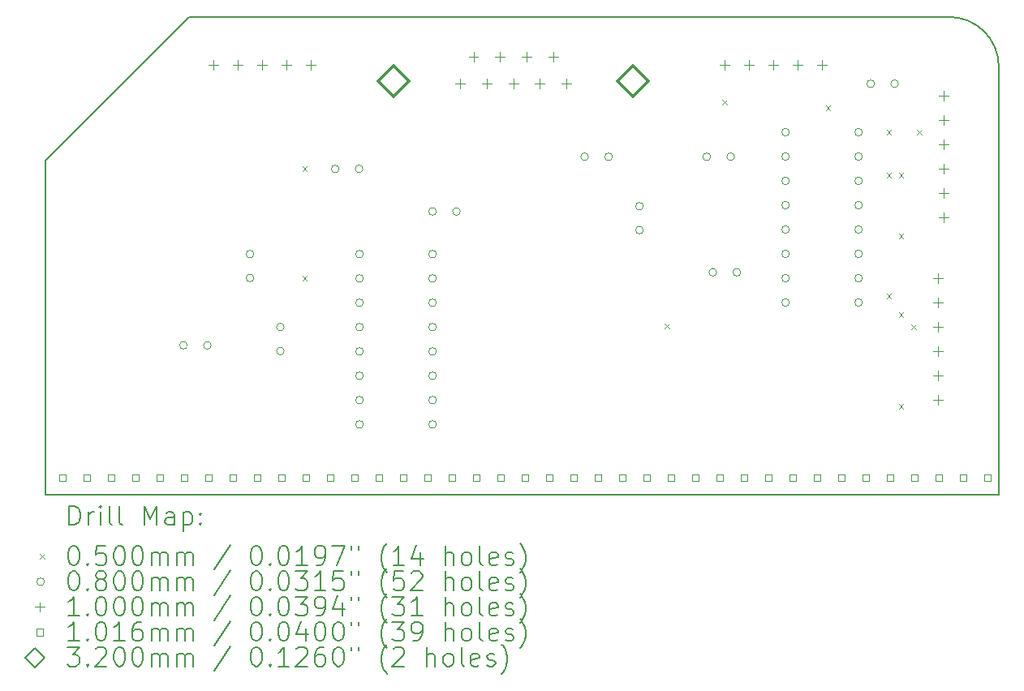
<source format=gbr>
%TF.GenerationSoftware,KiCad,Pcbnew,6.0.9-1.fc35*%
%TF.CreationDate,2023-07-09T18:22:09+01:00*%
%TF.ProjectId,max232_conv,6d617832-3332-45f6-936f-6e762e6b6963,0.1a*%
%TF.SameCoordinates,Original*%
%TF.FileFunction,Drillmap*%
%TF.FilePolarity,Positive*%
%FSLAX45Y45*%
G04 Gerber Fmt 4.5, Leading zero omitted, Abs format (unit mm)*
G04 Created by KiCad (PCBNEW 6.0.9-1.fc35) date 2023-07-09 18:22:09*
%MOMM*%
%LPD*%
G01*
G04 APERTURE LIST*
%ADD10C,0.150000*%
%ADD11C,0.200000*%
%ADD12C,0.050000*%
%ADD13C,0.080000*%
%ADD14C,0.100000*%
%ADD15C,0.101600*%
%ADD16C,0.320000*%
G04 APERTURE END LIST*
D10*
X24781840Y-10350500D02*
X24821840Y-10352000D01*
X15389860Y-11851640D02*
X15389860Y-15336520D01*
X25300000Y-15336520D02*
X25340000Y-15336616D01*
X25339840Y-10861980D02*
X25340000Y-15330000D01*
X15389860Y-15336520D02*
X25300000Y-15336520D01*
X25339840Y-10870000D02*
G75*
G03*
X24821840Y-10352000I-518000J0D01*
G01*
X16891000Y-10350500D02*
X15389860Y-11851640D01*
X24781840Y-10350500D02*
X16891000Y-10350500D01*
D11*
D12*
X18072500Y-11913000D02*
X18122500Y-11963000D01*
X18122500Y-11913000D02*
X18072500Y-11963000D01*
X18072500Y-13056000D02*
X18122500Y-13106000D01*
X18122500Y-13056000D02*
X18072500Y-13106000D01*
X21855000Y-13555000D02*
X21905000Y-13605000D01*
X21905000Y-13555000D02*
X21855000Y-13605000D01*
X22454000Y-11214500D02*
X22504000Y-11264500D01*
X22504000Y-11214500D02*
X22454000Y-11264500D01*
X23533500Y-11278000D02*
X23583500Y-11328000D01*
X23583500Y-11278000D02*
X23533500Y-11328000D01*
X24168500Y-11532000D02*
X24218500Y-11582000D01*
X24218500Y-11532000D02*
X24168500Y-11582000D01*
X24168500Y-11976500D02*
X24218500Y-12026500D01*
X24218500Y-11976500D02*
X24168500Y-12026500D01*
X24168539Y-13244058D02*
X24218539Y-13294058D01*
X24218539Y-13244058D02*
X24168539Y-13294058D01*
X24295500Y-11976500D02*
X24345500Y-12026500D01*
X24345500Y-11976500D02*
X24295500Y-12026500D01*
X24295500Y-12611500D02*
X24345500Y-12661500D01*
X24345500Y-12611500D02*
X24295500Y-12661500D01*
X24295500Y-13437000D02*
X24345500Y-13487000D01*
X24345500Y-13437000D02*
X24295500Y-13487000D01*
X24295500Y-14389500D02*
X24345500Y-14439500D01*
X24345500Y-14389500D02*
X24295500Y-14439500D01*
X24426000Y-13564000D02*
X24476000Y-13614000D01*
X24476000Y-13564000D02*
X24426000Y-13614000D01*
X24486000Y-11532000D02*
X24536000Y-11582000D01*
X24536000Y-11532000D02*
X24486000Y-11582000D01*
D13*
X16871500Y-13779500D02*
G75*
G03*
X16871500Y-13779500I-40000J0D01*
G01*
X17121500Y-13779500D02*
G75*
G03*
X17121500Y-13779500I-40000J0D01*
G01*
X17566000Y-12827000D02*
G75*
G03*
X17566000Y-12827000I-40000J0D01*
G01*
X17566000Y-13077000D02*
G75*
G03*
X17566000Y-13077000I-40000J0D01*
G01*
X17883500Y-13589000D02*
G75*
G03*
X17883500Y-13589000I-40000J0D01*
G01*
X17883500Y-13839000D02*
G75*
G03*
X17883500Y-13839000I-40000J0D01*
G01*
X18455000Y-11938000D02*
G75*
G03*
X18455000Y-11938000I-40000J0D01*
G01*
X18705000Y-11938000D02*
G75*
G03*
X18705000Y-11938000I-40000J0D01*
G01*
X18709000Y-12827000D02*
G75*
G03*
X18709000Y-12827000I-40000J0D01*
G01*
X18709000Y-13081000D02*
G75*
G03*
X18709000Y-13081000I-40000J0D01*
G01*
X18709000Y-13335000D02*
G75*
G03*
X18709000Y-13335000I-40000J0D01*
G01*
X18709000Y-13589000D02*
G75*
G03*
X18709000Y-13589000I-40000J0D01*
G01*
X18709000Y-13843000D02*
G75*
G03*
X18709000Y-13843000I-40000J0D01*
G01*
X18709000Y-14097000D02*
G75*
G03*
X18709000Y-14097000I-40000J0D01*
G01*
X18709000Y-14351000D02*
G75*
G03*
X18709000Y-14351000I-40000J0D01*
G01*
X18709000Y-14605000D02*
G75*
G03*
X18709000Y-14605000I-40000J0D01*
G01*
X19471000Y-12382500D02*
G75*
G03*
X19471000Y-12382500I-40000J0D01*
G01*
X19471000Y-12827000D02*
G75*
G03*
X19471000Y-12827000I-40000J0D01*
G01*
X19471000Y-13081000D02*
G75*
G03*
X19471000Y-13081000I-40000J0D01*
G01*
X19471000Y-13335000D02*
G75*
G03*
X19471000Y-13335000I-40000J0D01*
G01*
X19471000Y-13589000D02*
G75*
G03*
X19471000Y-13589000I-40000J0D01*
G01*
X19471000Y-13843000D02*
G75*
G03*
X19471000Y-13843000I-40000J0D01*
G01*
X19471000Y-14097000D02*
G75*
G03*
X19471000Y-14097000I-40000J0D01*
G01*
X19471000Y-14351000D02*
G75*
G03*
X19471000Y-14351000I-40000J0D01*
G01*
X19471000Y-14605000D02*
G75*
G03*
X19471000Y-14605000I-40000J0D01*
G01*
X19721000Y-12382500D02*
G75*
G03*
X19721000Y-12382500I-40000J0D01*
G01*
X21058500Y-11811000D02*
G75*
G03*
X21058500Y-11811000I-40000J0D01*
G01*
X21308500Y-11811000D02*
G75*
G03*
X21308500Y-11811000I-40000J0D01*
G01*
X21630000Y-12327762D02*
G75*
G03*
X21630000Y-12327762I-40000J0D01*
G01*
X21630000Y-12577762D02*
G75*
G03*
X21630000Y-12577762I-40000J0D01*
G01*
X22332500Y-11811000D02*
G75*
G03*
X22332500Y-11811000I-40000J0D01*
G01*
X22396000Y-13017500D02*
G75*
G03*
X22396000Y-13017500I-40000J0D01*
G01*
X22582500Y-11811000D02*
G75*
G03*
X22582500Y-11811000I-40000J0D01*
G01*
X22646000Y-13017500D02*
G75*
G03*
X22646000Y-13017500I-40000J0D01*
G01*
X23155000Y-11556000D02*
G75*
G03*
X23155000Y-11556000I-40000J0D01*
G01*
X23155000Y-11810000D02*
G75*
G03*
X23155000Y-11810000I-40000J0D01*
G01*
X23155000Y-12064000D02*
G75*
G03*
X23155000Y-12064000I-40000J0D01*
G01*
X23155000Y-12318000D02*
G75*
G03*
X23155000Y-12318000I-40000J0D01*
G01*
X23155000Y-12572000D02*
G75*
G03*
X23155000Y-12572000I-40000J0D01*
G01*
X23155000Y-12826000D02*
G75*
G03*
X23155000Y-12826000I-40000J0D01*
G01*
X23155000Y-13080000D02*
G75*
G03*
X23155000Y-13080000I-40000J0D01*
G01*
X23155000Y-13334000D02*
G75*
G03*
X23155000Y-13334000I-40000J0D01*
G01*
X23917000Y-11556000D02*
G75*
G03*
X23917000Y-11556000I-40000J0D01*
G01*
X23917000Y-11810000D02*
G75*
G03*
X23917000Y-11810000I-40000J0D01*
G01*
X23917000Y-12064000D02*
G75*
G03*
X23917000Y-12064000I-40000J0D01*
G01*
X23917000Y-12318000D02*
G75*
G03*
X23917000Y-12318000I-40000J0D01*
G01*
X23917000Y-12572000D02*
G75*
G03*
X23917000Y-12572000I-40000J0D01*
G01*
X23917000Y-12826000D02*
G75*
G03*
X23917000Y-12826000I-40000J0D01*
G01*
X23917000Y-13080000D02*
G75*
G03*
X23917000Y-13080000I-40000J0D01*
G01*
X23917000Y-13334000D02*
G75*
G03*
X23917000Y-13334000I-40000J0D01*
G01*
X24043000Y-11049000D02*
G75*
G03*
X24043000Y-11049000I-40000J0D01*
G01*
X24293000Y-11049000D02*
G75*
G03*
X24293000Y-11049000I-40000J0D01*
G01*
D14*
X17145500Y-10801500D02*
X17145500Y-10901500D01*
X17095500Y-10851500D02*
X17195500Y-10851500D01*
X17399500Y-10801500D02*
X17399500Y-10901500D01*
X17349500Y-10851500D02*
X17449500Y-10851500D01*
X17653500Y-10801500D02*
X17653500Y-10901500D01*
X17603500Y-10851500D02*
X17703500Y-10851500D01*
X17907500Y-10801500D02*
X17907500Y-10901500D01*
X17857500Y-10851500D02*
X17957500Y-10851500D01*
X18161500Y-10801500D02*
X18161500Y-10901500D01*
X18111500Y-10851500D02*
X18211500Y-10851500D01*
X19720000Y-10999000D02*
X19720000Y-11099000D01*
X19670000Y-11049000D02*
X19770000Y-11049000D01*
X19858500Y-10715000D02*
X19858500Y-10815000D01*
X19808500Y-10765000D02*
X19908500Y-10765000D01*
X19997000Y-10999000D02*
X19997000Y-11099000D01*
X19947000Y-11049000D02*
X20047000Y-11049000D01*
X20135500Y-10715000D02*
X20135500Y-10815000D01*
X20085500Y-10765000D02*
X20185500Y-10765000D01*
X20274000Y-10999000D02*
X20274000Y-11099000D01*
X20224000Y-11049000D02*
X20324000Y-11049000D01*
X20412500Y-10715000D02*
X20412500Y-10815000D01*
X20362500Y-10765000D02*
X20462500Y-10765000D01*
X20551000Y-10999000D02*
X20551000Y-11099000D01*
X20501000Y-11049000D02*
X20601000Y-11049000D01*
X20689500Y-10715000D02*
X20689500Y-10815000D01*
X20639500Y-10765000D02*
X20739500Y-10765000D01*
X20828000Y-10999000D02*
X20828000Y-11099000D01*
X20778000Y-11049000D02*
X20878000Y-11049000D01*
X22479500Y-10801500D02*
X22479500Y-10901500D01*
X22429500Y-10851500D02*
X22529500Y-10851500D01*
X22733500Y-10801500D02*
X22733500Y-10901500D01*
X22683500Y-10851500D02*
X22783500Y-10851500D01*
X22987500Y-10801500D02*
X22987500Y-10901500D01*
X22937500Y-10851500D02*
X23037500Y-10851500D01*
X23241500Y-10801500D02*
X23241500Y-10901500D01*
X23191500Y-10851500D02*
X23291500Y-10851500D01*
X23495500Y-10801500D02*
X23495500Y-10901500D01*
X23445500Y-10851500D02*
X23545500Y-10851500D01*
X24708500Y-13031000D02*
X24708500Y-13131000D01*
X24658500Y-13081000D02*
X24758500Y-13081000D01*
X24708500Y-13285000D02*
X24708500Y-13385000D01*
X24658500Y-13335000D02*
X24758500Y-13335000D01*
X24708500Y-13539000D02*
X24708500Y-13639000D01*
X24658500Y-13589000D02*
X24758500Y-13589000D01*
X24708500Y-13793000D02*
X24708500Y-13893000D01*
X24658500Y-13843000D02*
X24758500Y-13843000D01*
X24708500Y-14047000D02*
X24708500Y-14147000D01*
X24658500Y-14097000D02*
X24758500Y-14097000D01*
X24708500Y-14301000D02*
X24708500Y-14401000D01*
X24658500Y-14351000D02*
X24758500Y-14351000D01*
X24765000Y-11126000D02*
X24765000Y-11226000D01*
X24715000Y-11176000D02*
X24815000Y-11176000D01*
X24765000Y-11380000D02*
X24765000Y-11480000D01*
X24715000Y-11430000D02*
X24815000Y-11430000D01*
X24765000Y-11634000D02*
X24765000Y-11734000D01*
X24715000Y-11684000D02*
X24815000Y-11684000D01*
X24765000Y-11888000D02*
X24765000Y-11988000D01*
X24715000Y-11938000D02*
X24815000Y-11938000D01*
X24765000Y-12142000D02*
X24765000Y-12242000D01*
X24715000Y-12192000D02*
X24815000Y-12192000D01*
X24765000Y-12396000D02*
X24765000Y-12496000D01*
X24715000Y-12446000D02*
X24815000Y-12446000D01*
D15*
X15606121Y-15197181D02*
X15606121Y-15125339D01*
X15534279Y-15125339D01*
X15534279Y-15197181D01*
X15606121Y-15197181D01*
X15860121Y-15197181D02*
X15860121Y-15125339D01*
X15788279Y-15125339D01*
X15788279Y-15197181D01*
X15860121Y-15197181D01*
X16114121Y-15197181D02*
X16114121Y-15125339D01*
X16042279Y-15125339D01*
X16042279Y-15197181D01*
X16114121Y-15197181D01*
X16368121Y-15197181D02*
X16368121Y-15125339D01*
X16296279Y-15125339D01*
X16296279Y-15197181D01*
X16368121Y-15197181D01*
X16622121Y-15197181D02*
X16622121Y-15125339D01*
X16550279Y-15125339D01*
X16550279Y-15197181D01*
X16622121Y-15197181D01*
X16876121Y-15197181D02*
X16876121Y-15125339D01*
X16804279Y-15125339D01*
X16804279Y-15197181D01*
X16876121Y-15197181D01*
X17130121Y-15197181D02*
X17130121Y-15125339D01*
X17058279Y-15125339D01*
X17058279Y-15197181D01*
X17130121Y-15197181D01*
X17384121Y-15197181D02*
X17384121Y-15125339D01*
X17312279Y-15125339D01*
X17312279Y-15197181D01*
X17384121Y-15197181D01*
X17638121Y-15197181D02*
X17638121Y-15125339D01*
X17566279Y-15125339D01*
X17566279Y-15197181D01*
X17638121Y-15197181D01*
X17892121Y-15197181D02*
X17892121Y-15125339D01*
X17820279Y-15125339D01*
X17820279Y-15197181D01*
X17892121Y-15197181D01*
X18146121Y-15197181D02*
X18146121Y-15125339D01*
X18074279Y-15125339D01*
X18074279Y-15197181D01*
X18146121Y-15197181D01*
X18400121Y-15197181D02*
X18400121Y-15125339D01*
X18328279Y-15125339D01*
X18328279Y-15197181D01*
X18400121Y-15197181D01*
X18654121Y-15197181D02*
X18654121Y-15125339D01*
X18582279Y-15125339D01*
X18582279Y-15197181D01*
X18654121Y-15197181D01*
X18908121Y-15197181D02*
X18908121Y-15125339D01*
X18836279Y-15125339D01*
X18836279Y-15197181D01*
X18908121Y-15197181D01*
X19162121Y-15197181D02*
X19162121Y-15125339D01*
X19090279Y-15125339D01*
X19090279Y-15197181D01*
X19162121Y-15197181D01*
X19416121Y-15197181D02*
X19416121Y-15125339D01*
X19344279Y-15125339D01*
X19344279Y-15197181D01*
X19416121Y-15197181D01*
X19670121Y-15197181D02*
X19670121Y-15125339D01*
X19598279Y-15125339D01*
X19598279Y-15197181D01*
X19670121Y-15197181D01*
X19924121Y-15197181D02*
X19924121Y-15125339D01*
X19852279Y-15125339D01*
X19852279Y-15197181D01*
X19924121Y-15197181D01*
X20178121Y-15197181D02*
X20178121Y-15125339D01*
X20106279Y-15125339D01*
X20106279Y-15197181D01*
X20178121Y-15197181D01*
X20432121Y-15197181D02*
X20432121Y-15125339D01*
X20360279Y-15125339D01*
X20360279Y-15197181D01*
X20432121Y-15197181D01*
X20686121Y-15197181D02*
X20686121Y-15125339D01*
X20614279Y-15125339D01*
X20614279Y-15197181D01*
X20686121Y-15197181D01*
X20940121Y-15197181D02*
X20940121Y-15125339D01*
X20868279Y-15125339D01*
X20868279Y-15197181D01*
X20940121Y-15197181D01*
X21194121Y-15197181D02*
X21194121Y-15125339D01*
X21122279Y-15125339D01*
X21122279Y-15197181D01*
X21194121Y-15197181D01*
X21448121Y-15197181D02*
X21448121Y-15125339D01*
X21376279Y-15125339D01*
X21376279Y-15197181D01*
X21448121Y-15197181D01*
X21702121Y-15197181D02*
X21702121Y-15125339D01*
X21630279Y-15125339D01*
X21630279Y-15197181D01*
X21702121Y-15197181D01*
X21956121Y-15197181D02*
X21956121Y-15125339D01*
X21884279Y-15125339D01*
X21884279Y-15197181D01*
X21956121Y-15197181D01*
X22210121Y-15197181D02*
X22210121Y-15125339D01*
X22138279Y-15125339D01*
X22138279Y-15197181D01*
X22210121Y-15197181D01*
X22464121Y-15197181D02*
X22464121Y-15125339D01*
X22392279Y-15125339D01*
X22392279Y-15197181D01*
X22464121Y-15197181D01*
X22718121Y-15197181D02*
X22718121Y-15125339D01*
X22646279Y-15125339D01*
X22646279Y-15197181D01*
X22718121Y-15197181D01*
X22972121Y-15197181D02*
X22972121Y-15125339D01*
X22900279Y-15125339D01*
X22900279Y-15197181D01*
X22972121Y-15197181D01*
X23226121Y-15197181D02*
X23226121Y-15125339D01*
X23154279Y-15125339D01*
X23154279Y-15197181D01*
X23226121Y-15197181D01*
X23480121Y-15197181D02*
X23480121Y-15125339D01*
X23408279Y-15125339D01*
X23408279Y-15197181D01*
X23480121Y-15197181D01*
X23734121Y-15197181D02*
X23734121Y-15125339D01*
X23662279Y-15125339D01*
X23662279Y-15197181D01*
X23734121Y-15197181D01*
X23988121Y-15197181D02*
X23988121Y-15125339D01*
X23916279Y-15125339D01*
X23916279Y-15197181D01*
X23988121Y-15197181D01*
X24242121Y-15197181D02*
X24242121Y-15125339D01*
X24170279Y-15125339D01*
X24170279Y-15197181D01*
X24242121Y-15197181D01*
X24496121Y-15197181D02*
X24496121Y-15125339D01*
X24424279Y-15125339D01*
X24424279Y-15197181D01*
X24496121Y-15197181D01*
X24750121Y-15197181D02*
X24750121Y-15125339D01*
X24678279Y-15125339D01*
X24678279Y-15197181D01*
X24750121Y-15197181D01*
X25004121Y-15197181D02*
X25004121Y-15125339D01*
X24932279Y-15125339D01*
X24932279Y-15197181D01*
X25004121Y-15197181D01*
X25258121Y-15197181D02*
X25258121Y-15125339D01*
X25186279Y-15125339D01*
X25186279Y-15197181D01*
X25258121Y-15197181D01*
D16*
X19024000Y-11179000D02*
X19184000Y-11019000D01*
X19024000Y-10859000D01*
X18864000Y-11019000D01*
X19024000Y-11179000D01*
X21524000Y-11179000D02*
X21684000Y-11019000D01*
X21524000Y-10859000D01*
X21364000Y-11019000D01*
X21524000Y-11179000D01*
D11*
X15639979Y-15654592D02*
X15639979Y-15454592D01*
X15687598Y-15454592D01*
X15716169Y-15464116D01*
X15735217Y-15483164D01*
X15744741Y-15502211D01*
X15754265Y-15540307D01*
X15754265Y-15568878D01*
X15744741Y-15606973D01*
X15735217Y-15626021D01*
X15716169Y-15645068D01*
X15687598Y-15654592D01*
X15639979Y-15654592D01*
X15839979Y-15654592D02*
X15839979Y-15521259D01*
X15839979Y-15559354D02*
X15849503Y-15540307D01*
X15859027Y-15530783D01*
X15878074Y-15521259D01*
X15897122Y-15521259D01*
X15963788Y-15654592D02*
X15963788Y-15521259D01*
X15963788Y-15454592D02*
X15954265Y-15464116D01*
X15963788Y-15473640D01*
X15973312Y-15464116D01*
X15963788Y-15454592D01*
X15963788Y-15473640D01*
X16087598Y-15654592D02*
X16068550Y-15645068D01*
X16059027Y-15626021D01*
X16059027Y-15454592D01*
X16192360Y-15654592D02*
X16173312Y-15645068D01*
X16163788Y-15626021D01*
X16163788Y-15454592D01*
X16420931Y-15654592D02*
X16420931Y-15454592D01*
X16487598Y-15597449D01*
X16554265Y-15454592D01*
X16554265Y-15654592D01*
X16735217Y-15654592D02*
X16735217Y-15549830D01*
X16725693Y-15530783D01*
X16706646Y-15521259D01*
X16668550Y-15521259D01*
X16649503Y-15530783D01*
X16735217Y-15645068D02*
X16716169Y-15654592D01*
X16668550Y-15654592D01*
X16649503Y-15645068D01*
X16639979Y-15626021D01*
X16639979Y-15606973D01*
X16649503Y-15587926D01*
X16668550Y-15578402D01*
X16716169Y-15578402D01*
X16735217Y-15568878D01*
X16830455Y-15521259D02*
X16830455Y-15721259D01*
X16830455Y-15530783D02*
X16849503Y-15521259D01*
X16887598Y-15521259D01*
X16906646Y-15530783D01*
X16916170Y-15540307D01*
X16925693Y-15559354D01*
X16925693Y-15616497D01*
X16916170Y-15635545D01*
X16906646Y-15645068D01*
X16887598Y-15654592D01*
X16849503Y-15654592D01*
X16830455Y-15645068D01*
X17011408Y-15635545D02*
X17020931Y-15645068D01*
X17011408Y-15654592D01*
X17001884Y-15645068D01*
X17011408Y-15635545D01*
X17011408Y-15654592D01*
X17011408Y-15530783D02*
X17020931Y-15540307D01*
X17011408Y-15549830D01*
X17001884Y-15540307D01*
X17011408Y-15530783D01*
X17011408Y-15549830D01*
D12*
X15332360Y-15959116D02*
X15382360Y-16009116D01*
X15382360Y-15959116D02*
X15332360Y-16009116D01*
D11*
X15678074Y-15874592D02*
X15697122Y-15874592D01*
X15716169Y-15884116D01*
X15725693Y-15893640D01*
X15735217Y-15912688D01*
X15744741Y-15950783D01*
X15744741Y-15998402D01*
X15735217Y-16036497D01*
X15725693Y-16055545D01*
X15716169Y-16065068D01*
X15697122Y-16074592D01*
X15678074Y-16074592D01*
X15659027Y-16065068D01*
X15649503Y-16055545D01*
X15639979Y-16036497D01*
X15630455Y-15998402D01*
X15630455Y-15950783D01*
X15639979Y-15912688D01*
X15649503Y-15893640D01*
X15659027Y-15884116D01*
X15678074Y-15874592D01*
X15830455Y-16055545D02*
X15839979Y-16065068D01*
X15830455Y-16074592D01*
X15820931Y-16065068D01*
X15830455Y-16055545D01*
X15830455Y-16074592D01*
X16020931Y-15874592D02*
X15925693Y-15874592D01*
X15916169Y-15969830D01*
X15925693Y-15960307D01*
X15944741Y-15950783D01*
X15992360Y-15950783D01*
X16011408Y-15960307D01*
X16020931Y-15969830D01*
X16030455Y-15988878D01*
X16030455Y-16036497D01*
X16020931Y-16055545D01*
X16011408Y-16065068D01*
X15992360Y-16074592D01*
X15944741Y-16074592D01*
X15925693Y-16065068D01*
X15916169Y-16055545D01*
X16154265Y-15874592D02*
X16173312Y-15874592D01*
X16192360Y-15884116D01*
X16201884Y-15893640D01*
X16211408Y-15912688D01*
X16220931Y-15950783D01*
X16220931Y-15998402D01*
X16211408Y-16036497D01*
X16201884Y-16055545D01*
X16192360Y-16065068D01*
X16173312Y-16074592D01*
X16154265Y-16074592D01*
X16135217Y-16065068D01*
X16125693Y-16055545D01*
X16116169Y-16036497D01*
X16106646Y-15998402D01*
X16106646Y-15950783D01*
X16116169Y-15912688D01*
X16125693Y-15893640D01*
X16135217Y-15884116D01*
X16154265Y-15874592D01*
X16344741Y-15874592D02*
X16363788Y-15874592D01*
X16382836Y-15884116D01*
X16392360Y-15893640D01*
X16401884Y-15912688D01*
X16411408Y-15950783D01*
X16411408Y-15998402D01*
X16401884Y-16036497D01*
X16392360Y-16055545D01*
X16382836Y-16065068D01*
X16363788Y-16074592D01*
X16344741Y-16074592D01*
X16325693Y-16065068D01*
X16316169Y-16055545D01*
X16306646Y-16036497D01*
X16297122Y-15998402D01*
X16297122Y-15950783D01*
X16306646Y-15912688D01*
X16316169Y-15893640D01*
X16325693Y-15884116D01*
X16344741Y-15874592D01*
X16497122Y-16074592D02*
X16497122Y-15941259D01*
X16497122Y-15960307D02*
X16506646Y-15950783D01*
X16525693Y-15941259D01*
X16554265Y-15941259D01*
X16573312Y-15950783D01*
X16582836Y-15969830D01*
X16582836Y-16074592D01*
X16582836Y-15969830D02*
X16592360Y-15950783D01*
X16611408Y-15941259D01*
X16639979Y-15941259D01*
X16659027Y-15950783D01*
X16668550Y-15969830D01*
X16668550Y-16074592D01*
X16763788Y-16074592D02*
X16763788Y-15941259D01*
X16763788Y-15960307D02*
X16773312Y-15950783D01*
X16792360Y-15941259D01*
X16820931Y-15941259D01*
X16839979Y-15950783D01*
X16849503Y-15969830D01*
X16849503Y-16074592D01*
X16849503Y-15969830D02*
X16859027Y-15950783D01*
X16878074Y-15941259D01*
X16906646Y-15941259D01*
X16925693Y-15950783D01*
X16935217Y-15969830D01*
X16935217Y-16074592D01*
X17325693Y-15865068D02*
X17154265Y-16122211D01*
X17582836Y-15874592D02*
X17601884Y-15874592D01*
X17620931Y-15884116D01*
X17630455Y-15893640D01*
X17639979Y-15912688D01*
X17649503Y-15950783D01*
X17649503Y-15998402D01*
X17639979Y-16036497D01*
X17630455Y-16055545D01*
X17620931Y-16065068D01*
X17601884Y-16074592D01*
X17582836Y-16074592D01*
X17563789Y-16065068D01*
X17554265Y-16055545D01*
X17544741Y-16036497D01*
X17535217Y-15998402D01*
X17535217Y-15950783D01*
X17544741Y-15912688D01*
X17554265Y-15893640D01*
X17563789Y-15884116D01*
X17582836Y-15874592D01*
X17735217Y-16055545D02*
X17744741Y-16065068D01*
X17735217Y-16074592D01*
X17725693Y-16065068D01*
X17735217Y-16055545D01*
X17735217Y-16074592D01*
X17868550Y-15874592D02*
X17887598Y-15874592D01*
X17906646Y-15884116D01*
X17916170Y-15893640D01*
X17925693Y-15912688D01*
X17935217Y-15950783D01*
X17935217Y-15998402D01*
X17925693Y-16036497D01*
X17916170Y-16055545D01*
X17906646Y-16065068D01*
X17887598Y-16074592D01*
X17868550Y-16074592D01*
X17849503Y-16065068D01*
X17839979Y-16055545D01*
X17830455Y-16036497D01*
X17820931Y-15998402D01*
X17820931Y-15950783D01*
X17830455Y-15912688D01*
X17839979Y-15893640D01*
X17849503Y-15884116D01*
X17868550Y-15874592D01*
X18125693Y-16074592D02*
X18011408Y-16074592D01*
X18068550Y-16074592D02*
X18068550Y-15874592D01*
X18049503Y-15903164D01*
X18030455Y-15922211D01*
X18011408Y-15931735D01*
X18220931Y-16074592D02*
X18259027Y-16074592D01*
X18278074Y-16065068D01*
X18287598Y-16055545D01*
X18306646Y-16026973D01*
X18316170Y-15988878D01*
X18316170Y-15912688D01*
X18306646Y-15893640D01*
X18297122Y-15884116D01*
X18278074Y-15874592D01*
X18239979Y-15874592D01*
X18220931Y-15884116D01*
X18211408Y-15893640D01*
X18201884Y-15912688D01*
X18201884Y-15960307D01*
X18211408Y-15979354D01*
X18220931Y-15988878D01*
X18239979Y-15998402D01*
X18278074Y-15998402D01*
X18297122Y-15988878D01*
X18306646Y-15979354D01*
X18316170Y-15960307D01*
X18382836Y-15874592D02*
X18516170Y-15874592D01*
X18430455Y-16074592D01*
X18582836Y-15874592D02*
X18582836Y-15912688D01*
X18659027Y-15874592D02*
X18659027Y-15912688D01*
X18954265Y-16150783D02*
X18944741Y-16141259D01*
X18925693Y-16112688D01*
X18916170Y-16093640D01*
X18906646Y-16065068D01*
X18897122Y-16017449D01*
X18897122Y-15979354D01*
X18906646Y-15931735D01*
X18916170Y-15903164D01*
X18925693Y-15884116D01*
X18944741Y-15855545D01*
X18954265Y-15846021D01*
X19135217Y-16074592D02*
X19020931Y-16074592D01*
X19078074Y-16074592D02*
X19078074Y-15874592D01*
X19059027Y-15903164D01*
X19039979Y-15922211D01*
X19020931Y-15931735D01*
X19306646Y-15941259D02*
X19306646Y-16074592D01*
X19259027Y-15865068D02*
X19211408Y-16007926D01*
X19335217Y-16007926D01*
X19563789Y-16074592D02*
X19563789Y-15874592D01*
X19649503Y-16074592D02*
X19649503Y-15969830D01*
X19639979Y-15950783D01*
X19620931Y-15941259D01*
X19592360Y-15941259D01*
X19573312Y-15950783D01*
X19563789Y-15960307D01*
X19773312Y-16074592D02*
X19754265Y-16065068D01*
X19744741Y-16055545D01*
X19735217Y-16036497D01*
X19735217Y-15979354D01*
X19744741Y-15960307D01*
X19754265Y-15950783D01*
X19773312Y-15941259D01*
X19801884Y-15941259D01*
X19820931Y-15950783D01*
X19830455Y-15960307D01*
X19839979Y-15979354D01*
X19839979Y-16036497D01*
X19830455Y-16055545D01*
X19820931Y-16065068D01*
X19801884Y-16074592D01*
X19773312Y-16074592D01*
X19954265Y-16074592D02*
X19935217Y-16065068D01*
X19925693Y-16046021D01*
X19925693Y-15874592D01*
X20106646Y-16065068D02*
X20087598Y-16074592D01*
X20049503Y-16074592D01*
X20030455Y-16065068D01*
X20020931Y-16046021D01*
X20020931Y-15969830D01*
X20030455Y-15950783D01*
X20049503Y-15941259D01*
X20087598Y-15941259D01*
X20106646Y-15950783D01*
X20116170Y-15969830D01*
X20116170Y-15988878D01*
X20020931Y-16007926D01*
X20192360Y-16065068D02*
X20211408Y-16074592D01*
X20249503Y-16074592D01*
X20268550Y-16065068D01*
X20278074Y-16046021D01*
X20278074Y-16036497D01*
X20268550Y-16017449D01*
X20249503Y-16007926D01*
X20220931Y-16007926D01*
X20201884Y-15998402D01*
X20192360Y-15979354D01*
X20192360Y-15969830D01*
X20201884Y-15950783D01*
X20220931Y-15941259D01*
X20249503Y-15941259D01*
X20268550Y-15950783D01*
X20344741Y-16150783D02*
X20354265Y-16141259D01*
X20373312Y-16112688D01*
X20382836Y-16093640D01*
X20392360Y-16065068D01*
X20401884Y-16017449D01*
X20401884Y-15979354D01*
X20392360Y-15931735D01*
X20382836Y-15903164D01*
X20373312Y-15884116D01*
X20354265Y-15855545D01*
X20344741Y-15846021D01*
D13*
X15382360Y-16248116D02*
G75*
G03*
X15382360Y-16248116I-40000J0D01*
G01*
D11*
X15678074Y-16138592D02*
X15697122Y-16138592D01*
X15716169Y-16148116D01*
X15725693Y-16157640D01*
X15735217Y-16176688D01*
X15744741Y-16214783D01*
X15744741Y-16262402D01*
X15735217Y-16300497D01*
X15725693Y-16319545D01*
X15716169Y-16329068D01*
X15697122Y-16338592D01*
X15678074Y-16338592D01*
X15659027Y-16329068D01*
X15649503Y-16319545D01*
X15639979Y-16300497D01*
X15630455Y-16262402D01*
X15630455Y-16214783D01*
X15639979Y-16176688D01*
X15649503Y-16157640D01*
X15659027Y-16148116D01*
X15678074Y-16138592D01*
X15830455Y-16319545D02*
X15839979Y-16329068D01*
X15830455Y-16338592D01*
X15820931Y-16329068D01*
X15830455Y-16319545D01*
X15830455Y-16338592D01*
X15954265Y-16224307D02*
X15935217Y-16214783D01*
X15925693Y-16205259D01*
X15916169Y-16186211D01*
X15916169Y-16176688D01*
X15925693Y-16157640D01*
X15935217Y-16148116D01*
X15954265Y-16138592D01*
X15992360Y-16138592D01*
X16011408Y-16148116D01*
X16020931Y-16157640D01*
X16030455Y-16176688D01*
X16030455Y-16186211D01*
X16020931Y-16205259D01*
X16011408Y-16214783D01*
X15992360Y-16224307D01*
X15954265Y-16224307D01*
X15935217Y-16233830D01*
X15925693Y-16243354D01*
X15916169Y-16262402D01*
X15916169Y-16300497D01*
X15925693Y-16319545D01*
X15935217Y-16329068D01*
X15954265Y-16338592D01*
X15992360Y-16338592D01*
X16011408Y-16329068D01*
X16020931Y-16319545D01*
X16030455Y-16300497D01*
X16030455Y-16262402D01*
X16020931Y-16243354D01*
X16011408Y-16233830D01*
X15992360Y-16224307D01*
X16154265Y-16138592D02*
X16173312Y-16138592D01*
X16192360Y-16148116D01*
X16201884Y-16157640D01*
X16211408Y-16176688D01*
X16220931Y-16214783D01*
X16220931Y-16262402D01*
X16211408Y-16300497D01*
X16201884Y-16319545D01*
X16192360Y-16329068D01*
X16173312Y-16338592D01*
X16154265Y-16338592D01*
X16135217Y-16329068D01*
X16125693Y-16319545D01*
X16116169Y-16300497D01*
X16106646Y-16262402D01*
X16106646Y-16214783D01*
X16116169Y-16176688D01*
X16125693Y-16157640D01*
X16135217Y-16148116D01*
X16154265Y-16138592D01*
X16344741Y-16138592D02*
X16363788Y-16138592D01*
X16382836Y-16148116D01*
X16392360Y-16157640D01*
X16401884Y-16176688D01*
X16411408Y-16214783D01*
X16411408Y-16262402D01*
X16401884Y-16300497D01*
X16392360Y-16319545D01*
X16382836Y-16329068D01*
X16363788Y-16338592D01*
X16344741Y-16338592D01*
X16325693Y-16329068D01*
X16316169Y-16319545D01*
X16306646Y-16300497D01*
X16297122Y-16262402D01*
X16297122Y-16214783D01*
X16306646Y-16176688D01*
X16316169Y-16157640D01*
X16325693Y-16148116D01*
X16344741Y-16138592D01*
X16497122Y-16338592D02*
X16497122Y-16205259D01*
X16497122Y-16224307D02*
X16506646Y-16214783D01*
X16525693Y-16205259D01*
X16554265Y-16205259D01*
X16573312Y-16214783D01*
X16582836Y-16233830D01*
X16582836Y-16338592D01*
X16582836Y-16233830D02*
X16592360Y-16214783D01*
X16611408Y-16205259D01*
X16639979Y-16205259D01*
X16659027Y-16214783D01*
X16668550Y-16233830D01*
X16668550Y-16338592D01*
X16763788Y-16338592D02*
X16763788Y-16205259D01*
X16763788Y-16224307D02*
X16773312Y-16214783D01*
X16792360Y-16205259D01*
X16820931Y-16205259D01*
X16839979Y-16214783D01*
X16849503Y-16233830D01*
X16849503Y-16338592D01*
X16849503Y-16233830D02*
X16859027Y-16214783D01*
X16878074Y-16205259D01*
X16906646Y-16205259D01*
X16925693Y-16214783D01*
X16935217Y-16233830D01*
X16935217Y-16338592D01*
X17325693Y-16129068D02*
X17154265Y-16386211D01*
X17582836Y-16138592D02*
X17601884Y-16138592D01*
X17620931Y-16148116D01*
X17630455Y-16157640D01*
X17639979Y-16176688D01*
X17649503Y-16214783D01*
X17649503Y-16262402D01*
X17639979Y-16300497D01*
X17630455Y-16319545D01*
X17620931Y-16329068D01*
X17601884Y-16338592D01*
X17582836Y-16338592D01*
X17563789Y-16329068D01*
X17554265Y-16319545D01*
X17544741Y-16300497D01*
X17535217Y-16262402D01*
X17535217Y-16214783D01*
X17544741Y-16176688D01*
X17554265Y-16157640D01*
X17563789Y-16148116D01*
X17582836Y-16138592D01*
X17735217Y-16319545D02*
X17744741Y-16329068D01*
X17735217Y-16338592D01*
X17725693Y-16329068D01*
X17735217Y-16319545D01*
X17735217Y-16338592D01*
X17868550Y-16138592D02*
X17887598Y-16138592D01*
X17906646Y-16148116D01*
X17916170Y-16157640D01*
X17925693Y-16176688D01*
X17935217Y-16214783D01*
X17935217Y-16262402D01*
X17925693Y-16300497D01*
X17916170Y-16319545D01*
X17906646Y-16329068D01*
X17887598Y-16338592D01*
X17868550Y-16338592D01*
X17849503Y-16329068D01*
X17839979Y-16319545D01*
X17830455Y-16300497D01*
X17820931Y-16262402D01*
X17820931Y-16214783D01*
X17830455Y-16176688D01*
X17839979Y-16157640D01*
X17849503Y-16148116D01*
X17868550Y-16138592D01*
X18001884Y-16138592D02*
X18125693Y-16138592D01*
X18059027Y-16214783D01*
X18087598Y-16214783D01*
X18106646Y-16224307D01*
X18116170Y-16233830D01*
X18125693Y-16252878D01*
X18125693Y-16300497D01*
X18116170Y-16319545D01*
X18106646Y-16329068D01*
X18087598Y-16338592D01*
X18030455Y-16338592D01*
X18011408Y-16329068D01*
X18001884Y-16319545D01*
X18316170Y-16338592D02*
X18201884Y-16338592D01*
X18259027Y-16338592D02*
X18259027Y-16138592D01*
X18239979Y-16167164D01*
X18220931Y-16186211D01*
X18201884Y-16195735D01*
X18497122Y-16138592D02*
X18401884Y-16138592D01*
X18392360Y-16233830D01*
X18401884Y-16224307D01*
X18420931Y-16214783D01*
X18468550Y-16214783D01*
X18487598Y-16224307D01*
X18497122Y-16233830D01*
X18506646Y-16252878D01*
X18506646Y-16300497D01*
X18497122Y-16319545D01*
X18487598Y-16329068D01*
X18468550Y-16338592D01*
X18420931Y-16338592D01*
X18401884Y-16329068D01*
X18392360Y-16319545D01*
X18582836Y-16138592D02*
X18582836Y-16176688D01*
X18659027Y-16138592D02*
X18659027Y-16176688D01*
X18954265Y-16414783D02*
X18944741Y-16405259D01*
X18925693Y-16376688D01*
X18916170Y-16357640D01*
X18906646Y-16329068D01*
X18897122Y-16281449D01*
X18897122Y-16243354D01*
X18906646Y-16195735D01*
X18916170Y-16167164D01*
X18925693Y-16148116D01*
X18944741Y-16119545D01*
X18954265Y-16110021D01*
X19125693Y-16138592D02*
X19030455Y-16138592D01*
X19020931Y-16233830D01*
X19030455Y-16224307D01*
X19049503Y-16214783D01*
X19097122Y-16214783D01*
X19116170Y-16224307D01*
X19125693Y-16233830D01*
X19135217Y-16252878D01*
X19135217Y-16300497D01*
X19125693Y-16319545D01*
X19116170Y-16329068D01*
X19097122Y-16338592D01*
X19049503Y-16338592D01*
X19030455Y-16329068D01*
X19020931Y-16319545D01*
X19211408Y-16157640D02*
X19220931Y-16148116D01*
X19239979Y-16138592D01*
X19287598Y-16138592D01*
X19306646Y-16148116D01*
X19316170Y-16157640D01*
X19325693Y-16176688D01*
X19325693Y-16195735D01*
X19316170Y-16224307D01*
X19201884Y-16338592D01*
X19325693Y-16338592D01*
X19563789Y-16338592D02*
X19563789Y-16138592D01*
X19649503Y-16338592D02*
X19649503Y-16233830D01*
X19639979Y-16214783D01*
X19620931Y-16205259D01*
X19592360Y-16205259D01*
X19573312Y-16214783D01*
X19563789Y-16224307D01*
X19773312Y-16338592D02*
X19754265Y-16329068D01*
X19744741Y-16319545D01*
X19735217Y-16300497D01*
X19735217Y-16243354D01*
X19744741Y-16224307D01*
X19754265Y-16214783D01*
X19773312Y-16205259D01*
X19801884Y-16205259D01*
X19820931Y-16214783D01*
X19830455Y-16224307D01*
X19839979Y-16243354D01*
X19839979Y-16300497D01*
X19830455Y-16319545D01*
X19820931Y-16329068D01*
X19801884Y-16338592D01*
X19773312Y-16338592D01*
X19954265Y-16338592D02*
X19935217Y-16329068D01*
X19925693Y-16310021D01*
X19925693Y-16138592D01*
X20106646Y-16329068D02*
X20087598Y-16338592D01*
X20049503Y-16338592D01*
X20030455Y-16329068D01*
X20020931Y-16310021D01*
X20020931Y-16233830D01*
X20030455Y-16214783D01*
X20049503Y-16205259D01*
X20087598Y-16205259D01*
X20106646Y-16214783D01*
X20116170Y-16233830D01*
X20116170Y-16252878D01*
X20020931Y-16271926D01*
X20192360Y-16329068D02*
X20211408Y-16338592D01*
X20249503Y-16338592D01*
X20268550Y-16329068D01*
X20278074Y-16310021D01*
X20278074Y-16300497D01*
X20268550Y-16281449D01*
X20249503Y-16271926D01*
X20220931Y-16271926D01*
X20201884Y-16262402D01*
X20192360Y-16243354D01*
X20192360Y-16233830D01*
X20201884Y-16214783D01*
X20220931Y-16205259D01*
X20249503Y-16205259D01*
X20268550Y-16214783D01*
X20344741Y-16414783D02*
X20354265Y-16405259D01*
X20373312Y-16376688D01*
X20382836Y-16357640D01*
X20392360Y-16329068D01*
X20401884Y-16281449D01*
X20401884Y-16243354D01*
X20392360Y-16195735D01*
X20382836Y-16167164D01*
X20373312Y-16148116D01*
X20354265Y-16119545D01*
X20344741Y-16110021D01*
D14*
X15332360Y-16462116D02*
X15332360Y-16562116D01*
X15282360Y-16512116D02*
X15382360Y-16512116D01*
D11*
X15744741Y-16602592D02*
X15630455Y-16602592D01*
X15687598Y-16602592D02*
X15687598Y-16402592D01*
X15668550Y-16431164D01*
X15649503Y-16450211D01*
X15630455Y-16459735D01*
X15830455Y-16583545D02*
X15839979Y-16593068D01*
X15830455Y-16602592D01*
X15820931Y-16593068D01*
X15830455Y-16583545D01*
X15830455Y-16602592D01*
X15963788Y-16402592D02*
X15982836Y-16402592D01*
X16001884Y-16412116D01*
X16011408Y-16421640D01*
X16020931Y-16440688D01*
X16030455Y-16478783D01*
X16030455Y-16526402D01*
X16020931Y-16564497D01*
X16011408Y-16583545D01*
X16001884Y-16593068D01*
X15982836Y-16602592D01*
X15963788Y-16602592D01*
X15944741Y-16593068D01*
X15935217Y-16583545D01*
X15925693Y-16564497D01*
X15916169Y-16526402D01*
X15916169Y-16478783D01*
X15925693Y-16440688D01*
X15935217Y-16421640D01*
X15944741Y-16412116D01*
X15963788Y-16402592D01*
X16154265Y-16402592D02*
X16173312Y-16402592D01*
X16192360Y-16412116D01*
X16201884Y-16421640D01*
X16211408Y-16440688D01*
X16220931Y-16478783D01*
X16220931Y-16526402D01*
X16211408Y-16564497D01*
X16201884Y-16583545D01*
X16192360Y-16593068D01*
X16173312Y-16602592D01*
X16154265Y-16602592D01*
X16135217Y-16593068D01*
X16125693Y-16583545D01*
X16116169Y-16564497D01*
X16106646Y-16526402D01*
X16106646Y-16478783D01*
X16116169Y-16440688D01*
X16125693Y-16421640D01*
X16135217Y-16412116D01*
X16154265Y-16402592D01*
X16344741Y-16402592D02*
X16363788Y-16402592D01*
X16382836Y-16412116D01*
X16392360Y-16421640D01*
X16401884Y-16440688D01*
X16411408Y-16478783D01*
X16411408Y-16526402D01*
X16401884Y-16564497D01*
X16392360Y-16583545D01*
X16382836Y-16593068D01*
X16363788Y-16602592D01*
X16344741Y-16602592D01*
X16325693Y-16593068D01*
X16316169Y-16583545D01*
X16306646Y-16564497D01*
X16297122Y-16526402D01*
X16297122Y-16478783D01*
X16306646Y-16440688D01*
X16316169Y-16421640D01*
X16325693Y-16412116D01*
X16344741Y-16402592D01*
X16497122Y-16602592D02*
X16497122Y-16469259D01*
X16497122Y-16488307D02*
X16506646Y-16478783D01*
X16525693Y-16469259D01*
X16554265Y-16469259D01*
X16573312Y-16478783D01*
X16582836Y-16497830D01*
X16582836Y-16602592D01*
X16582836Y-16497830D02*
X16592360Y-16478783D01*
X16611408Y-16469259D01*
X16639979Y-16469259D01*
X16659027Y-16478783D01*
X16668550Y-16497830D01*
X16668550Y-16602592D01*
X16763788Y-16602592D02*
X16763788Y-16469259D01*
X16763788Y-16488307D02*
X16773312Y-16478783D01*
X16792360Y-16469259D01*
X16820931Y-16469259D01*
X16839979Y-16478783D01*
X16849503Y-16497830D01*
X16849503Y-16602592D01*
X16849503Y-16497830D02*
X16859027Y-16478783D01*
X16878074Y-16469259D01*
X16906646Y-16469259D01*
X16925693Y-16478783D01*
X16935217Y-16497830D01*
X16935217Y-16602592D01*
X17325693Y-16393068D02*
X17154265Y-16650211D01*
X17582836Y-16402592D02*
X17601884Y-16402592D01*
X17620931Y-16412116D01*
X17630455Y-16421640D01*
X17639979Y-16440688D01*
X17649503Y-16478783D01*
X17649503Y-16526402D01*
X17639979Y-16564497D01*
X17630455Y-16583545D01*
X17620931Y-16593068D01*
X17601884Y-16602592D01*
X17582836Y-16602592D01*
X17563789Y-16593068D01*
X17554265Y-16583545D01*
X17544741Y-16564497D01*
X17535217Y-16526402D01*
X17535217Y-16478783D01*
X17544741Y-16440688D01*
X17554265Y-16421640D01*
X17563789Y-16412116D01*
X17582836Y-16402592D01*
X17735217Y-16583545D02*
X17744741Y-16593068D01*
X17735217Y-16602592D01*
X17725693Y-16593068D01*
X17735217Y-16583545D01*
X17735217Y-16602592D01*
X17868550Y-16402592D02*
X17887598Y-16402592D01*
X17906646Y-16412116D01*
X17916170Y-16421640D01*
X17925693Y-16440688D01*
X17935217Y-16478783D01*
X17935217Y-16526402D01*
X17925693Y-16564497D01*
X17916170Y-16583545D01*
X17906646Y-16593068D01*
X17887598Y-16602592D01*
X17868550Y-16602592D01*
X17849503Y-16593068D01*
X17839979Y-16583545D01*
X17830455Y-16564497D01*
X17820931Y-16526402D01*
X17820931Y-16478783D01*
X17830455Y-16440688D01*
X17839979Y-16421640D01*
X17849503Y-16412116D01*
X17868550Y-16402592D01*
X18001884Y-16402592D02*
X18125693Y-16402592D01*
X18059027Y-16478783D01*
X18087598Y-16478783D01*
X18106646Y-16488307D01*
X18116170Y-16497830D01*
X18125693Y-16516878D01*
X18125693Y-16564497D01*
X18116170Y-16583545D01*
X18106646Y-16593068D01*
X18087598Y-16602592D01*
X18030455Y-16602592D01*
X18011408Y-16593068D01*
X18001884Y-16583545D01*
X18220931Y-16602592D02*
X18259027Y-16602592D01*
X18278074Y-16593068D01*
X18287598Y-16583545D01*
X18306646Y-16554973D01*
X18316170Y-16516878D01*
X18316170Y-16440688D01*
X18306646Y-16421640D01*
X18297122Y-16412116D01*
X18278074Y-16402592D01*
X18239979Y-16402592D01*
X18220931Y-16412116D01*
X18211408Y-16421640D01*
X18201884Y-16440688D01*
X18201884Y-16488307D01*
X18211408Y-16507354D01*
X18220931Y-16516878D01*
X18239979Y-16526402D01*
X18278074Y-16526402D01*
X18297122Y-16516878D01*
X18306646Y-16507354D01*
X18316170Y-16488307D01*
X18487598Y-16469259D02*
X18487598Y-16602592D01*
X18439979Y-16393068D02*
X18392360Y-16535926D01*
X18516170Y-16535926D01*
X18582836Y-16402592D02*
X18582836Y-16440688D01*
X18659027Y-16402592D02*
X18659027Y-16440688D01*
X18954265Y-16678783D02*
X18944741Y-16669259D01*
X18925693Y-16640688D01*
X18916170Y-16621640D01*
X18906646Y-16593068D01*
X18897122Y-16545449D01*
X18897122Y-16507354D01*
X18906646Y-16459735D01*
X18916170Y-16431164D01*
X18925693Y-16412116D01*
X18944741Y-16383545D01*
X18954265Y-16374021D01*
X19011408Y-16402592D02*
X19135217Y-16402592D01*
X19068550Y-16478783D01*
X19097122Y-16478783D01*
X19116170Y-16488307D01*
X19125693Y-16497830D01*
X19135217Y-16516878D01*
X19135217Y-16564497D01*
X19125693Y-16583545D01*
X19116170Y-16593068D01*
X19097122Y-16602592D01*
X19039979Y-16602592D01*
X19020931Y-16593068D01*
X19011408Y-16583545D01*
X19325693Y-16602592D02*
X19211408Y-16602592D01*
X19268550Y-16602592D02*
X19268550Y-16402592D01*
X19249503Y-16431164D01*
X19230455Y-16450211D01*
X19211408Y-16459735D01*
X19563789Y-16602592D02*
X19563789Y-16402592D01*
X19649503Y-16602592D02*
X19649503Y-16497830D01*
X19639979Y-16478783D01*
X19620931Y-16469259D01*
X19592360Y-16469259D01*
X19573312Y-16478783D01*
X19563789Y-16488307D01*
X19773312Y-16602592D02*
X19754265Y-16593068D01*
X19744741Y-16583545D01*
X19735217Y-16564497D01*
X19735217Y-16507354D01*
X19744741Y-16488307D01*
X19754265Y-16478783D01*
X19773312Y-16469259D01*
X19801884Y-16469259D01*
X19820931Y-16478783D01*
X19830455Y-16488307D01*
X19839979Y-16507354D01*
X19839979Y-16564497D01*
X19830455Y-16583545D01*
X19820931Y-16593068D01*
X19801884Y-16602592D01*
X19773312Y-16602592D01*
X19954265Y-16602592D02*
X19935217Y-16593068D01*
X19925693Y-16574021D01*
X19925693Y-16402592D01*
X20106646Y-16593068D02*
X20087598Y-16602592D01*
X20049503Y-16602592D01*
X20030455Y-16593068D01*
X20020931Y-16574021D01*
X20020931Y-16497830D01*
X20030455Y-16478783D01*
X20049503Y-16469259D01*
X20087598Y-16469259D01*
X20106646Y-16478783D01*
X20116170Y-16497830D01*
X20116170Y-16516878D01*
X20020931Y-16535926D01*
X20192360Y-16593068D02*
X20211408Y-16602592D01*
X20249503Y-16602592D01*
X20268550Y-16593068D01*
X20278074Y-16574021D01*
X20278074Y-16564497D01*
X20268550Y-16545449D01*
X20249503Y-16535926D01*
X20220931Y-16535926D01*
X20201884Y-16526402D01*
X20192360Y-16507354D01*
X20192360Y-16497830D01*
X20201884Y-16478783D01*
X20220931Y-16469259D01*
X20249503Y-16469259D01*
X20268550Y-16478783D01*
X20344741Y-16678783D02*
X20354265Y-16669259D01*
X20373312Y-16640688D01*
X20382836Y-16621640D01*
X20392360Y-16593068D01*
X20401884Y-16545449D01*
X20401884Y-16507354D01*
X20392360Y-16459735D01*
X20382836Y-16431164D01*
X20373312Y-16412116D01*
X20354265Y-16383545D01*
X20344741Y-16374021D01*
D15*
X15367481Y-16812038D02*
X15367481Y-16740195D01*
X15295639Y-16740195D01*
X15295639Y-16812038D01*
X15367481Y-16812038D01*
D11*
X15744741Y-16866592D02*
X15630455Y-16866592D01*
X15687598Y-16866592D02*
X15687598Y-16666592D01*
X15668550Y-16695164D01*
X15649503Y-16714211D01*
X15630455Y-16723735D01*
X15830455Y-16847545D02*
X15839979Y-16857069D01*
X15830455Y-16866592D01*
X15820931Y-16857069D01*
X15830455Y-16847545D01*
X15830455Y-16866592D01*
X15963788Y-16666592D02*
X15982836Y-16666592D01*
X16001884Y-16676116D01*
X16011408Y-16685640D01*
X16020931Y-16704688D01*
X16030455Y-16742783D01*
X16030455Y-16790402D01*
X16020931Y-16828497D01*
X16011408Y-16847545D01*
X16001884Y-16857069D01*
X15982836Y-16866592D01*
X15963788Y-16866592D01*
X15944741Y-16857069D01*
X15935217Y-16847545D01*
X15925693Y-16828497D01*
X15916169Y-16790402D01*
X15916169Y-16742783D01*
X15925693Y-16704688D01*
X15935217Y-16685640D01*
X15944741Y-16676116D01*
X15963788Y-16666592D01*
X16220931Y-16866592D02*
X16106646Y-16866592D01*
X16163788Y-16866592D02*
X16163788Y-16666592D01*
X16144741Y-16695164D01*
X16125693Y-16714211D01*
X16106646Y-16723735D01*
X16392360Y-16666592D02*
X16354265Y-16666592D01*
X16335217Y-16676116D01*
X16325693Y-16685640D01*
X16306646Y-16714211D01*
X16297122Y-16752307D01*
X16297122Y-16828497D01*
X16306646Y-16847545D01*
X16316169Y-16857069D01*
X16335217Y-16866592D01*
X16373312Y-16866592D01*
X16392360Y-16857069D01*
X16401884Y-16847545D01*
X16411408Y-16828497D01*
X16411408Y-16780878D01*
X16401884Y-16761830D01*
X16392360Y-16752307D01*
X16373312Y-16742783D01*
X16335217Y-16742783D01*
X16316169Y-16752307D01*
X16306646Y-16761830D01*
X16297122Y-16780878D01*
X16497122Y-16866592D02*
X16497122Y-16733259D01*
X16497122Y-16752307D02*
X16506646Y-16742783D01*
X16525693Y-16733259D01*
X16554265Y-16733259D01*
X16573312Y-16742783D01*
X16582836Y-16761830D01*
X16582836Y-16866592D01*
X16582836Y-16761830D02*
X16592360Y-16742783D01*
X16611408Y-16733259D01*
X16639979Y-16733259D01*
X16659027Y-16742783D01*
X16668550Y-16761830D01*
X16668550Y-16866592D01*
X16763788Y-16866592D02*
X16763788Y-16733259D01*
X16763788Y-16752307D02*
X16773312Y-16742783D01*
X16792360Y-16733259D01*
X16820931Y-16733259D01*
X16839979Y-16742783D01*
X16849503Y-16761830D01*
X16849503Y-16866592D01*
X16849503Y-16761830D02*
X16859027Y-16742783D01*
X16878074Y-16733259D01*
X16906646Y-16733259D01*
X16925693Y-16742783D01*
X16935217Y-16761830D01*
X16935217Y-16866592D01*
X17325693Y-16657068D02*
X17154265Y-16914211D01*
X17582836Y-16666592D02*
X17601884Y-16666592D01*
X17620931Y-16676116D01*
X17630455Y-16685640D01*
X17639979Y-16704688D01*
X17649503Y-16742783D01*
X17649503Y-16790402D01*
X17639979Y-16828497D01*
X17630455Y-16847545D01*
X17620931Y-16857069D01*
X17601884Y-16866592D01*
X17582836Y-16866592D01*
X17563789Y-16857069D01*
X17554265Y-16847545D01*
X17544741Y-16828497D01*
X17535217Y-16790402D01*
X17535217Y-16742783D01*
X17544741Y-16704688D01*
X17554265Y-16685640D01*
X17563789Y-16676116D01*
X17582836Y-16666592D01*
X17735217Y-16847545D02*
X17744741Y-16857069D01*
X17735217Y-16866592D01*
X17725693Y-16857069D01*
X17735217Y-16847545D01*
X17735217Y-16866592D01*
X17868550Y-16666592D02*
X17887598Y-16666592D01*
X17906646Y-16676116D01*
X17916170Y-16685640D01*
X17925693Y-16704688D01*
X17935217Y-16742783D01*
X17935217Y-16790402D01*
X17925693Y-16828497D01*
X17916170Y-16847545D01*
X17906646Y-16857069D01*
X17887598Y-16866592D01*
X17868550Y-16866592D01*
X17849503Y-16857069D01*
X17839979Y-16847545D01*
X17830455Y-16828497D01*
X17820931Y-16790402D01*
X17820931Y-16742783D01*
X17830455Y-16704688D01*
X17839979Y-16685640D01*
X17849503Y-16676116D01*
X17868550Y-16666592D01*
X18106646Y-16733259D02*
X18106646Y-16866592D01*
X18059027Y-16657068D02*
X18011408Y-16799926D01*
X18135217Y-16799926D01*
X18249503Y-16666592D02*
X18268550Y-16666592D01*
X18287598Y-16676116D01*
X18297122Y-16685640D01*
X18306646Y-16704688D01*
X18316170Y-16742783D01*
X18316170Y-16790402D01*
X18306646Y-16828497D01*
X18297122Y-16847545D01*
X18287598Y-16857069D01*
X18268550Y-16866592D01*
X18249503Y-16866592D01*
X18230455Y-16857069D01*
X18220931Y-16847545D01*
X18211408Y-16828497D01*
X18201884Y-16790402D01*
X18201884Y-16742783D01*
X18211408Y-16704688D01*
X18220931Y-16685640D01*
X18230455Y-16676116D01*
X18249503Y-16666592D01*
X18439979Y-16666592D02*
X18459027Y-16666592D01*
X18478074Y-16676116D01*
X18487598Y-16685640D01*
X18497122Y-16704688D01*
X18506646Y-16742783D01*
X18506646Y-16790402D01*
X18497122Y-16828497D01*
X18487598Y-16847545D01*
X18478074Y-16857069D01*
X18459027Y-16866592D01*
X18439979Y-16866592D01*
X18420931Y-16857069D01*
X18411408Y-16847545D01*
X18401884Y-16828497D01*
X18392360Y-16790402D01*
X18392360Y-16742783D01*
X18401884Y-16704688D01*
X18411408Y-16685640D01*
X18420931Y-16676116D01*
X18439979Y-16666592D01*
X18582836Y-16666592D02*
X18582836Y-16704688D01*
X18659027Y-16666592D02*
X18659027Y-16704688D01*
X18954265Y-16942783D02*
X18944741Y-16933259D01*
X18925693Y-16904688D01*
X18916170Y-16885640D01*
X18906646Y-16857069D01*
X18897122Y-16809450D01*
X18897122Y-16771354D01*
X18906646Y-16723735D01*
X18916170Y-16695164D01*
X18925693Y-16676116D01*
X18944741Y-16647545D01*
X18954265Y-16638021D01*
X19011408Y-16666592D02*
X19135217Y-16666592D01*
X19068550Y-16742783D01*
X19097122Y-16742783D01*
X19116170Y-16752307D01*
X19125693Y-16761830D01*
X19135217Y-16780878D01*
X19135217Y-16828497D01*
X19125693Y-16847545D01*
X19116170Y-16857069D01*
X19097122Y-16866592D01*
X19039979Y-16866592D01*
X19020931Y-16857069D01*
X19011408Y-16847545D01*
X19230455Y-16866592D02*
X19268550Y-16866592D01*
X19287598Y-16857069D01*
X19297122Y-16847545D01*
X19316170Y-16818973D01*
X19325693Y-16780878D01*
X19325693Y-16704688D01*
X19316170Y-16685640D01*
X19306646Y-16676116D01*
X19287598Y-16666592D01*
X19249503Y-16666592D01*
X19230455Y-16676116D01*
X19220931Y-16685640D01*
X19211408Y-16704688D01*
X19211408Y-16752307D01*
X19220931Y-16771354D01*
X19230455Y-16780878D01*
X19249503Y-16790402D01*
X19287598Y-16790402D01*
X19306646Y-16780878D01*
X19316170Y-16771354D01*
X19325693Y-16752307D01*
X19563789Y-16866592D02*
X19563789Y-16666592D01*
X19649503Y-16866592D02*
X19649503Y-16761830D01*
X19639979Y-16742783D01*
X19620931Y-16733259D01*
X19592360Y-16733259D01*
X19573312Y-16742783D01*
X19563789Y-16752307D01*
X19773312Y-16866592D02*
X19754265Y-16857069D01*
X19744741Y-16847545D01*
X19735217Y-16828497D01*
X19735217Y-16771354D01*
X19744741Y-16752307D01*
X19754265Y-16742783D01*
X19773312Y-16733259D01*
X19801884Y-16733259D01*
X19820931Y-16742783D01*
X19830455Y-16752307D01*
X19839979Y-16771354D01*
X19839979Y-16828497D01*
X19830455Y-16847545D01*
X19820931Y-16857069D01*
X19801884Y-16866592D01*
X19773312Y-16866592D01*
X19954265Y-16866592D02*
X19935217Y-16857069D01*
X19925693Y-16838021D01*
X19925693Y-16666592D01*
X20106646Y-16857069D02*
X20087598Y-16866592D01*
X20049503Y-16866592D01*
X20030455Y-16857069D01*
X20020931Y-16838021D01*
X20020931Y-16761830D01*
X20030455Y-16742783D01*
X20049503Y-16733259D01*
X20087598Y-16733259D01*
X20106646Y-16742783D01*
X20116170Y-16761830D01*
X20116170Y-16780878D01*
X20020931Y-16799926D01*
X20192360Y-16857069D02*
X20211408Y-16866592D01*
X20249503Y-16866592D01*
X20268550Y-16857069D01*
X20278074Y-16838021D01*
X20278074Y-16828497D01*
X20268550Y-16809450D01*
X20249503Y-16799926D01*
X20220931Y-16799926D01*
X20201884Y-16790402D01*
X20192360Y-16771354D01*
X20192360Y-16761830D01*
X20201884Y-16742783D01*
X20220931Y-16733259D01*
X20249503Y-16733259D01*
X20268550Y-16742783D01*
X20344741Y-16942783D02*
X20354265Y-16933259D01*
X20373312Y-16904688D01*
X20382836Y-16885640D01*
X20392360Y-16857069D01*
X20401884Y-16809450D01*
X20401884Y-16771354D01*
X20392360Y-16723735D01*
X20382836Y-16695164D01*
X20373312Y-16676116D01*
X20354265Y-16647545D01*
X20344741Y-16638021D01*
X15282360Y-17140116D02*
X15382360Y-17040116D01*
X15282360Y-16940116D01*
X15182360Y-17040116D01*
X15282360Y-17140116D01*
X15620931Y-16930592D02*
X15744741Y-16930592D01*
X15678074Y-17006783D01*
X15706646Y-17006783D01*
X15725693Y-17016307D01*
X15735217Y-17025830D01*
X15744741Y-17044878D01*
X15744741Y-17092497D01*
X15735217Y-17111545D01*
X15725693Y-17121069D01*
X15706646Y-17130592D01*
X15649503Y-17130592D01*
X15630455Y-17121069D01*
X15620931Y-17111545D01*
X15830455Y-17111545D02*
X15839979Y-17121069D01*
X15830455Y-17130592D01*
X15820931Y-17121069D01*
X15830455Y-17111545D01*
X15830455Y-17130592D01*
X15916169Y-16949640D02*
X15925693Y-16940116D01*
X15944741Y-16930592D01*
X15992360Y-16930592D01*
X16011408Y-16940116D01*
X16020931Y-16949640D01*
X16030455Y-16968688D01*
X16030455Y-16987735D01*
X16020931Y-17016307D01*
X15906646Y-17130592D01*
X16030455Y-17130592D01*
X16154265Y-16930592D02*
X16173312Y-16930592D01*
X16192360Y-16940116D01*
X16201884Y-16949640D01*
X16211408Y-16968688D01*
X16220931Y-17006783D01*
X16220931Y-17054402D01*
X16211408Y-17092497D01*
X16201884Y-17111545D01*
X16192360Y-17121069D01*
X16173312Y-17130592D01*
X16154265Y-17130592D01*
X16135217Y-17121069D01*
X16125693Y-17111545D01*
X16116169Y-17092497D01*
X16106646Y-17054402D01*
X16106646Y-17006783D01*
X16116169Y-16968688D01*
X16125693Y-16949640D01*
X16135217Y-16940116D01*
X16154265Y-16930592D01*
X16344741Y-16930592D02*
X16363788Y-16930592D01*
X16382836Y-16940116D01*
X16392360Y-16949640D01*
X16401884Y-16968688D01*
X16411408Y-17006783D01*
X16411408Y-17054402D01*
X16401884Y-17092497D01*
X16392360Y-17111545D01*
X16382836Y-17121069D01*
X16363788Y-17130592D01*
X16344741Y-17130592D01*
X16325693Y-17121069D01*
X16316169Y-17111545D01*
X16306646Y-17092497D01*
X16297122Y-17054402D01*
X16297122Y-17006783D01*
X16306646Y-16968688D01*
X16316169Y-16949640D01*
X16325693Y-16940116D01*
X16344741Y-16930592D01*
X16497122Y-17130592D02*
X16497122Y-16997259D01*
X16497122Y-17016307D02*
X16506646Y-17006783D01*
X16525693Y-16997259D01*
X16554265Y-16997259D01*
X16573312Y-17006783D01*
X16582836Y-17025830D01*
X16582836Y-17130592D01*
X16582836Y-17025830D02*
X16592360Y-17006783D01*
X16611408Y-16997259D01*
X16639979Y-16997259D01*
X16659027Y-17006783D01*
X16668550Y-17025830D01*
X16668550Y-17130592D01*
X16763788Y-17130592D02*
X16763788Y-16997259D01*
X16763788Y-17016307D02*
X16773312Y-17006783D01*
X16792360Y-16997259D01*
X16820931Y-16997259D01*
X16839979Y-17006783D01*
X16849503Y-17025830D01*
X16849503Y-17130592D01*
X16849503Y-17025830D02*
X16859027Y-17006783D01*
X16878074Y-16997259D01*
X16906646Y-16997259D01*
X16925693Y-17006783D01*
X16935217Y-17025830D01*
X16935217Y-17130592D01*
X17325693Y-16921069D02*
X17154265Y-17178211D01*
X17582836Y-16930592D02*
X17601884Y-16930592D01*
X17620931Y-16940116D01*
X17630455Y-16949640D01*
X17639979Y-16968688D01*
X17649503Y-17006783D01*
X17649503Y-17054402D01*
X17639979Y-17092497D01*
X17630455Y-17111545D01*
X17620931Y-17121069D01*
X17601884Y-17130592D01*
X17582836Y-17130592D01*
X17563789Y-17121069D01*
X17554265Y-17111545D01*
X17544741Y-17092497D01*
X17535217Y-17054402D01*
X17535217Y-17006783D01*
X17544741Y-16968688D01*
X17554265Y-16949640D01*
X17563789Y-16940116D01*
X17582836Y-16930592D01*
X17735217Y-17111545D02*
X17744741Y-17121069D01*
X17735217Y-17130592D01*
X17725693Y-17121069D01*
X17735217Y-17111545D01*
X17735217Y-17130592D01*
X17935217Y-17130592D02*
X17820931Y-17130592D01*
X17878074Y-17130592D02*
X17878074Y-16930592D01*
X17859027Y-16959164D01*
X17839979Y-16978211D01*
X17820931Y-16987735D01*
X18011408Y-16949640D02*
X18020931Y-16940116D01*
X18039979Y-16930592D01*
X18087598Y-16930592D01*
X18106646Y-16940116D01*
X18116170Y-16949640D01*
X18125693Y-16968688D01*
X18125693Y-16987735D01*
X18116170Y-17016307D01*
X18001884Y-17130592D01*
X18125693Y-17130592D01*
X18297122Y-16930592D02*
X18259027Y-16930592D01*
X18239979Y-16940116D01*
X18230455Y-16949640D01*
X18211408Y-16978211D01*
X18201884Y-17016307D01*
X18201884Y-17092497D01*
X18211408Y-17111545D01*
X18220931Y-17121069D01*
X18239979Y-17130592D01*
X18278074Y-17130592D01*
X18297122Y-17121069D01*
X18306646Y-17111545D01*
X18316170Y-17092497D01*
X18316170Y-17044878D01*
X18306646Y-17025830D01*
X18297122Y-17016307D01*
X18278074Y-17006783D01*
X18239979Y-17006783D01*
X18220931Y-17016307D01*
X18211408Y-17025830D01*
X18201884Y-17044878D01*
X18439979Y-16930592D02*
X18459027Y-16930592D01*
X18478074Y-16940116D01*
X18487598Y-16949640D01*
X18497122Y-16968688D01*
X18506646Y-17006783D01*
X18506646Y-17054402D01*
X18497122Y-17092497D01*
X18487598Y-17111545D01*
X18478074Y-17121069D01*
X18459027Y-17130592D01*
X18439979Y-17130592D01*
X18420931Y-17121069D01*
X18411408Y-17111545D01*
X18401884Y-17092497D01*
X18392360Y-17054402D01*
X18392360Y-17006783D01*
X18401884Y-16968688D01*
X18411408Y-16949640D01*
X18420931Y-16940116D01*
X18439979Y-16930592D01*
X18582836Y-16930592D02*
X18582836Y-16968688D01*
X18659027Y-16930592D02*
X18659027Y-16968688D01*
X18954265Y-17206783D02*
X18944741Y-17197259D01*
X18925693Y-17168688D01*
X18916170Y-17149640D01*
X18906646Y-17121069D01*
X18897122Y-17073450D01*
X18897122Y-17035354D01*
X18906646Y-16987735D01*
X18916170Y-16959164D01*
X18925693Y-16940116D01*
X18944741Y-16911545D01*
X18954265Y-16902021D01*
X19020931Y-16949640D02*
X19030455Y-16940116D01*
X19049503Y-16930592D01*
X19097122Y-16930592D01*
X19116170Y-16940116D01*
X19125693Y-16949640D01*
X19135217Y-16968688D01*
X19135217Y-16987735D01*
X19125693Y-17016307D01*
X19011408Y-17130592D01*
X19135217Y-17130592D01*
X19373312Y-17130592D02*
X19373312Y-16930592D01*
X19459027Y-17130592D02*
X19459027Y-17025830D01*
X19449503Y-17006783D01*
X19430455Y-16997259D01*
X19401884Y-16997259D01*
X19382836Y-17006783D01*
X19373312Y-17016307D01*
X19582836Y-17130592D02*
X19563789Y-17121069D01*
X19554265Y-17111545D01*
X19544741Y-17092497D01*
X19544741Y-17035354D01*
X19554265Y-17016307D01*
X19563789Y-17006783D01*
X19582836Y-16997259D01*
X19611408Y-16997259D01*
X19630455Y-17006783D01*
X19639979Y-17016307D01*
X19649503Y-17035354D01*
X19649503Y-17092497D01*
X19639979Y-17111545D01*
X19630455Y-17121069D01*
X19611408Y-17130592D01*
X19582836Y-17130592D01*
X19763789Y-17130592D02*
X19744741Y-17121069D01*
X19735217Y-17102021D01*
X19735217Y-16930592D01*
X19916170Y-17121069D02*
X19897122Y-17130592D01*
X19859027Y-17130592D01*
X19839979Y-17121069D01*
X19830455Y-17102021D01*
X19830455Y-17025830D01*
X19839979Y-17006783D01*
X19859027Y-16997259D01*
X19897122Y-16997259D01*
X19916170Y-17006783D01*
X19925693Y-17025830D01*
X19925693Y-17044878D01*
X19830455Y-17063926D01*
X20001884Y-17121069D02*
X20020931Y-17130592D01*
X20059027Y-17130592D01*
X20078074Y-17121069D01*
X20087598Y-17102021D01*
X20087598Y-17092497D01*
X20078074Y-17073450D01*
X20059027Y-17063926D01*
X20030455Y-17063926D01*
X20011408Y-17054402D01*
X20001884Y-17035354D01*
X20001884Y-17025830D01*
X20011408Y-17006783D01*
X20030455Y-16997259D01*
X20059027Y-16997259D01*
X20078074Y-17006783D01*
X20154265Y-17206783D02*
X20163789Y-17197259D01*
X20182836Y-17168688D01*
X20192360Y-17149640D01*
X20201884Y-17121069D01*
X20211408Y-17073450D01*
X20211408Y-17035354D01*
X20201884Y-16987735D01*
X20192360Y-16959164D01*
X20182836Y-16940116D01*
X20163789Y-16911545D01*
X20154265Y-16902021D01*
M02*

</source>
